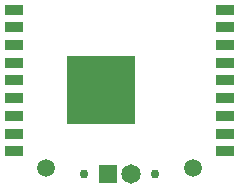
<source format=gbr>
G04 EAGLE Gerber X2 export*
%TF.Part,Single*%
%TF.FileFunction,Soldermask,Bot,1*%
%TF.FilePolarity,Negative*%
%TF.GenerationSoftware,Autodesk,EAGLE,9.0.0*%
%TF.CreationDate,2018-04-23T14:01:41Z*%
G75*
%MOMM*%
%FSLAX34Y34*%
%LPD*%
%AMOC8*
5,1,8,0,0,1.08239X$1,22.5*%
G01*
%ADD10R,1.485000X0.900000*%
%ADD11R,5.715000X5.715000*%
%ADD12C,1.650000*%
%ADD13R,1.650000X1.650000*%
%ADD14C,1.500000*%
%ADD15C,0.750000*%


D10*
X208925Y249000D03*
X208925Y234000D03*
X208925Y219000D03*
X208925Y204000D03*
X208925Y189000D03*
X208925Y174000D03*
X208925Y159000D03*
X208925Y144000D03*
X208925Y129000D03*
X31075Y129000D03*
X31075Y144000D03*
X31075Y159000D03*
X31075Y174000D03*
X31075Y189000D03*
X31075Y204000D03*
X31075Y219000D03*
X31075Y234000D03*
X31075Y249000D03*
D11*
X104125Y180950D03*
D12*
X130000Y110000D03*
D13*
X110000Y110000D03*
D14*
X182500Y115000D03*
X57500Y115000D03*
D15*
X90000Y110000D03*
X150000Y110000D03*
M02*

</source>
